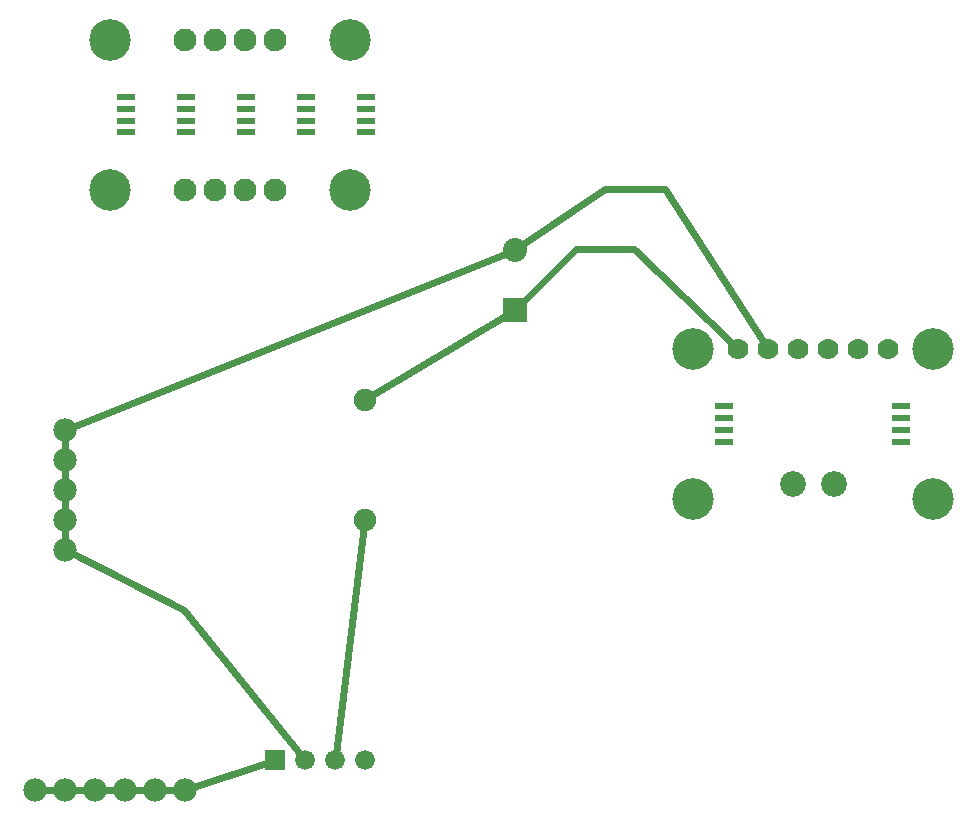
<source format=gtl>
G04 MADE WITH FRITZING*
G04 WWW.FRITZING.ORG*
G04 DOUBLE SIDED*
G04 HOLES PLATED*
G04 CONTOUR ON CENTER OF CONTOUR VECTOR*
%ASAXBY*%
%FSLAX23Y23*%
%MOIN*%
%OFA0B0*%
%SFA1.0B1.0*%
%ADD10C,0.078000*%
%ADD11C,0.075000*%
%ADD12C,0.080000*%
%ADD13C,0.070000*%
%ADD14C,0.138425*%
%ADD15C,0.086000*%
%ADD16C,0.076000*%
%ADD17C,0.066000*%
%ADD18R,0.079986X0.080000*%
%ADD19R,0.061024X0.023622*%
%ADD20R,0.066000X0.066000*%
%ADD21C,0.024000*%
%LNCOPPER1*%
G90*
G70*
G54D10*
X353Y1419D03*
X353Y1319D03*
X353Y1219D03*
X353Y1119D03*
X353Y1019D03*
G54D11*
X1353Y1119D03*
X1353Y1519D03*
G54D12*
X1853Y1819D03*
X1853Y2019D03*
G54D13*
X2797Y1688D03*
G54D14*
X2447Y1688D03*
G54D13*
X2597Y1688D03*
G54D14*
X2447Y1188D03*
G54D15*
X2780Y1238D03*
G54D13*
X2697Y1688D03*
G54D14*
X3247Y1188D03*
X3247Y1688D03*
G54D13*
X3097Y1688D03*
G54D15*
X2918Y1238D03*
G54D13*
X2997Y1688D03*
X2897Y1688D03*
G54D16*
X1053Y2219D03*
X753Y2719D03*
G54D14*
X1303Y2719D03*
G54D16*
X953Y2719D03*
X853Y2219D03*
G54D14*
X1303Y2219D03*
G54D16*
X1053Y2719D03*
X853Y2719D03*
X753Y2219D03*
X953Y2219D03*
G54D14*
X503Y2719D03*
X503Y2219D03*
G54D17*
X1353Y319D03*
X1053Y319D03*
X1153Y319D03*
X1253Y319D03*
G54D10*
X753Y219D03*
X653Y219D03*
X553Y219D03*
X453Y219D03*
X353Y219D03*
X253Y219D03*
G54D18*
X1853Y1819D03*
G54D19*
X2551Y1498D03*
X2551Y1458D03*
X2551Y1419D03*
X2551Y1379D03*
X3141Y1379D03*
X3141Y1419D03*
X3141Y1458D03*
X3141Y1498D03*
X755Y2449D03*
X955Y2449D03*
X755Y2488D03*
X755Y2528D03*
X1155Y2410D03*
X955Y2528D03*
X1155Y2449D03*
X1155Y2488D03*
X1155Y2528D03*
X1355Y2410D03*
X955Y2488D03*
X1355Y2449D03*
X1355Y2488D03*
X1355Y2528D03*
X555Y2410D03*
X555Y2449D03*
X555Y2488D03*
X555Y2528D03*
X955Y2410D03*
X755Y2410D03*
G54D20*
X1053Y319D03*
G54D21*
X353Y1238D02*
X353Y1300D01*
D02*
X353Y1338D02*
X353Y1400D01*
D02*
X371Y1426D02*
X1835Y2011D01*
D02*
X472Y219D02*
X534Y219D01*
D02*
X572Y219D02*
X634Y219D01*
D02*
X672Y219D02*
X734Y219D01*
D02*
X1035Y313D02*
X771Y225D01*
D02*
X751Y819D02*
X1141Y334D01*
D02*
X370Y1010D02*
X751Y819D01*
D02*
X353Y1038D02*
X353Y1100D01*
D02*
X353Y1138D02*
X353Y1200D01*
D02*
X1836Y1808D02*
X1368Y1528D01*
D02*
X1351Y1101D02*
X1256Y338D01*
D02*
X372Y219D02*
X434Y219D01*
D02*
X272Y219D02*
X334Y219D01*
D02*
X2056Y2021D02*
X1868Y1833D01*
D02*
X2250Y2021D02*
X2056Y2021D01*
D02*
X2583Y1702D02*
X2250Y2021D01*
D02*
X2153Y2221D02*
X2354Y2221D01*
D02*
X2354Y2221D02*
X2686Y1705D01*
D02*
X1870Y2030D02*
X2153Y2221D01*
G04 End of Copper1*
M02*
</source>
